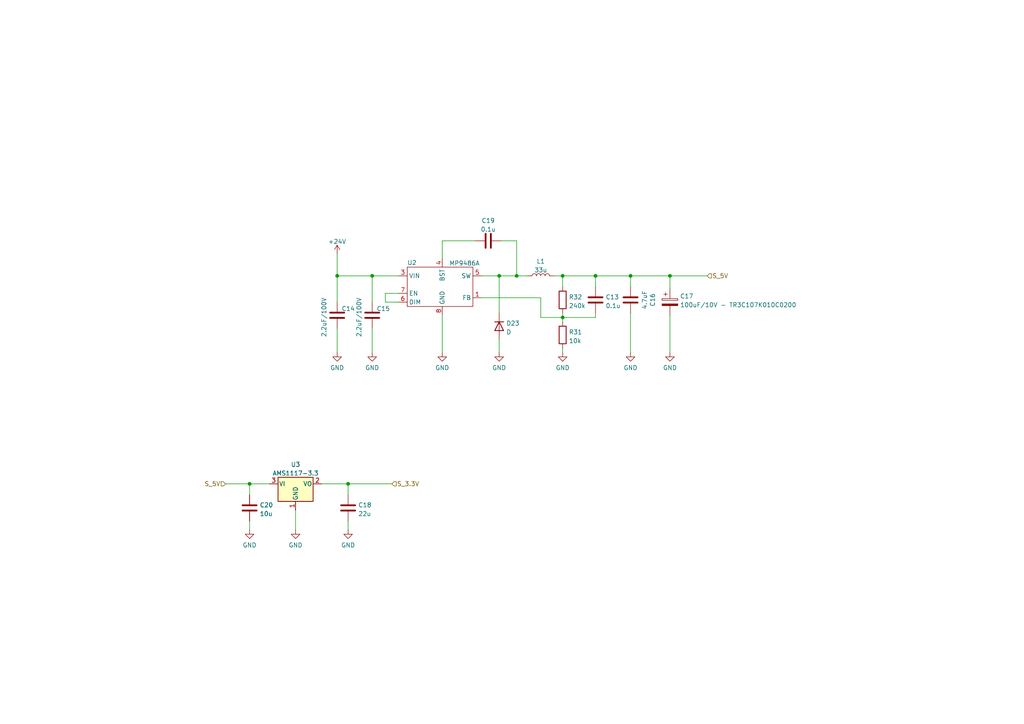
<source format=kicad_sch>
(kicad_sch (version 20211123) (generator eeschema)
  (paper "A4")
  (title_block (title "FloatPUMP Schematics") (date "2022-11-11") (rev "1.0") (company "robtor.de") (comment 1 "Controller board for up to 3 water pumps") (comment 2 "measuring capabilities with piezoresistive pressure sensors") (comment 3 "sensor input Range 4mA-20mA"))
  (lib_symbols
    (symbol "Device:C" (pin_numbers hide) (pin_names (offset 0.254))
      (property "Reference" "C" (at 0.635 2.54 0))
      (property "Value" "C" (at 0.635 -2.54 0))
      (symbol "C_0_1"
        (polyline (pts (xy -2.032 -0.762) (xy 2.032 -0.762)) (stroke (width 0.508)))
        (polyline (pts (xy -2.032 0.762) (xy 2.032 0.762)) (stroke (width 0.508)))
      )
      (symbol "C_1_1"
        (pin passive line (at 0 3.81 270) (length 2.794) (name "~") (number "1"))
        (pin passive line (at 0 -3.81 90) (length 2.794) (name "~") (number "2"))
      )
    )
    (symbol "Device:C_Polarized" (pin_numbers hide) (pin_names (offset 0.254))
      (property "Reference" "C" (at 0.635 2.54 0))
      (property "Value" "C_Polarized" (at 0.635 -2.54 0))
      (symbol "C_Polarized_0_1"
        (rectangle (start -2.286 0.508) (end 2.286 1.016))
        (polyline (pts (xy -1.778 2.286) (xy -0.762 2.286)))
        (polyline (pts (xy -1.27 2.794) (xy -1.27 1.778)))
        (rectangle (start 2.286 -0.508) (end -2.286 -1.016) (fill (type outline)))
      )
      (symbol "C_Polarized_1_1"
        (pin passive line (at 0 3.81 270) (length 2.794) (name "~") (number "1"))
        (pin passive line (at 0 -3.81 90) (length 2.794) (name "~") (number "2"))
      )
    )
    (symbol "Device:D" (pin_numbers hide) (pin_names (offset 1.016) hide)
      (property "Reference" "D" (at 0 2.54 0))
      (property "Value" "D" (at 0 -2.54 0))
      (symbol "D_0_1"
        (polyline (pts (xy -1.27 1.27) (xy -1.27 -1.27)) (stroke (width 0.254)))
        (polyline (pts (xy 1.27 0) (xy -1.27 0)))
        (polyline (pts (xy 1.27 1.27) (xy 1.27 -1.27) (xy -1.27 0) (xy 1.27 1.27)) (stroke (width 0.254)))
      )
      (symbol "D_1_1"
        (pin passive line (at -3.81 0 0) (length 2.54) (name "K") (number "1"))
        (pin passive line (at 3.81 0 180) (length 2.54) (name "A") (number "2"))
      )
    )
    (symbol "Device:L" (pin_numbers hide) (pin_names (offset 1.016) hide)
      (property "Reference" "L" (at -1.27 0 90))
      (property "Value" "L" (at 1.905 0 90))
      (symbol "L_0_1"
        (arc (start 0 -2.54) (mid 0.635 -1.905) (end 0 -1.27))
        (arc (start 0 -1.27) (mid 0.635 -0.635) (end 0 0))
        (arc (start 0 0) (mid 0.635 0.635) (end 0 1.27))
        (arc (start 0 1.27) (mid 0.635 1.905) (end 0 2.54))
      )
      (symbol "L_1_1"
        (pin passive line (at 0 3.81 270) (length 1.27) (name "1") (number "1"))
        (pin passive line (at 0 -3.81 90) (length 1.27) (name "2") (number "2"))
      )
    )
    (symbol "Device:R" (pin_numbers hide) (pin_names (offset 0))
      (property "Reference" "R" (at 2.032 0 90))
      (property "Value" "R" (at 0 0 90))
      (symbol "R_0_1"
        (rectangle (start -1.016 -2.54) (end 1.016 2.54) (stroke (width 0.254)))
      )
      (symbol "R_1_1"
        (pin passive line (at 0 3.81 270) (length 1.27) (name "~") (number "1"))
        (pin passive line (at 0 -3.81 90) (length 1.27) (name "~") (number "2"))
      )
    )
    (symbol "Regulator_Linear:AMS1117-3.3" (pin_names (offset 0.254))
      (property "Reference" "U" (at -3.81 3.175 0))
      (property "Value" "AMS1117-3.3" (at 0 3.175 0))
      (symbol "AMS1117-3.3_0_1"
        (rectangle (start -5.08 -5.08) (end 5.08 1.905) (stroke (width 0.254)) (fill (type background)))
      )
      (symbol "AMS1117-3.3_1_1"
        (pin power_in line (at 0 -7.62 90) (length 2.54) (name "GND") (number "1"))
        (pin power_out line (at 7.62 0 180) (length 2.54) (name "VO") (number "2"))
        (pin power_in line (at -7.62 0 0) (length 2.54) (name "VI") (number "3"))
      )
    )
    (symbol "custom_parts:MP9486A"
      (property "Reference" "U" (at -3.81 7.62 0))
      (property "Value" "MP9486A" (at 3.81 1.27 0))
      (symbol "MP9486A_0_1"
        (rectangle (start -5.08 6.35) (end 13.97 -5.08) (stroke (width 0.1524)))
      )
      (symbol "MP9486A_1_1"
        (pin input line (at 16.51 -2.54 180) (length 2.54) (name "FB") (number "1"))
        (pin power_in line (at -7.62 3.81 0) (length 2.54) (name "VIN") (number "3"))
        (pin bidirectional line (at 5.08 8.89 270) (length 2.54) (name "BST") (number "4"))
        (pin power_out line (at 16.51 3.81 180) (length 2.54) (name "SW") (number "5"))
        (pin input line (at -7.62 -3.81 0) (length 2.54) (name "DIM") (number "6"))
        (pin input line (at -7.62 -1.27 0) (length 2.54) (name "EN") (number "7"))
        (pin power_out line (at 5.08 -7.62 90) (length 2.54) (name "GND") (number "8"))
      )
    )
    (symbol "power:+24V" (power) (pin_names (offset 0))
      (property "Value" "+24V" (at 0 3.556 0))
      (symbol "+24V_0_1"
        (polyline (pts (xy -0.762 1.27) (xy 0 2.54)))
        (polyline (pts (xy 0 0) (xy 0 2.54)))
        (polyline (pts (xy 0 2.54) (xy 0.762 1.27)))
      )
      (symbol "+24V_1_1"
        (pin power_in line (at 0 0 90) (length 0) hide (name "+24V") (number "1"))
      )
    )
    (symbol "power:GND" (power) (pin_names (offset 0))
      (property "Value" "GND" (at 0 -3.81 0))
      (symbol "GND_0_1"
        (polyline (pts (xy 0 0) (xy 0 -1.27) (xy 1.27 -1.27) (xy 0 -2.54) (xy -1.27 -1.27) (xy 0 -1.27)))
      )
      (symbol "GND_1_1"
        (pin power_in line (at 0 0 270) (length 0) hide (name "GND") (number "1"))
      )
    )
  )
  (junction (at 163.195 80.01))
  (junction (at 107.95 80.01))
  (junction (at 172.72 80.01))
  (junction (at 97.79 80.01))
  (junction (at 144.78 80.01))
  (junction (at 72.39 140.335))
  (junction (at 163.195 92.075))
  (junction (at 182.88 80.01))
  (junction (at 194.31 80.01))
  (junction (at 100.965 140.335))
  (junction (at 149.86 80.01))
  (wire (pts (xy 163.195 92.075) (xy 163.195 93.345)))
  (wire (pts (xy 172.72 92.075) (xy 163.195 92.075)))
  (wire (pts (xy 128.27 69.85) (xy 128.27 74.93)))
  (wire (pts (xy 111.76 87.63) (xy 111.76 85.09)))
  (wire (pts (xy 145.415 69.85) (xy 149.86 69.85)))
  (wire (pts (xy 100.965 143.51) (xy 100.965 140.335)))
  (wire (pts (xy 111.76 85.09) (xy 115.57 85.09)))
  (wire (pts (xy 172.72 90.805) (xy 172.72 92.075)))
  (wire (pts (xy 107.95 80.01) (xy 115.57 80.01)))
  (wire (pts (xy 97.79 73.66) (xy 97.79 80.01)))
  (wire (pts (xy 149.86 69.85) (xy 149.86 80.01)))
  (wire (pts (xy 163.195 80.01) (xy 160.655 80.01)))
  (wire (pts (xy 93.345 140.335) (xy 100.965 140.335)))
  (wire (pts (xy 107.95 80.01) (xy 107.95 87.63)))
  (wire (pts (xy 144.78 98.425) (xy 144.78 102.235)))
  (wire (pts (xy 194.31 83.82) (xy 194.31 80.01)))
  (wire (pts (xy 172.72 83.185) (xy 172.72 80.01)))
  (wire (pts (xy 85.725 153.67) (xy 85.725 147.955)))
  (wire (pts (xy 100.965 151.13) (xy 100.965 153.67)))
  (wire (pts (xy 107.95 95.25) (xy 107.95 102.235)))
  (wire (pts (xy 65.405 140.335) (xy 72.39 140.335)))
  (wire (pts (xy 97.79 80.01) (xy 107.95 80.01)))
  (wire (pts (xy 194.31 80.01) (xy 205.105 80.01)))
  (wire (pts (xy 163.195 80.01) (xy 172.72 80.01)))
  (wire (pts (xy 72.39 151.13) (xy 72.39 153.67)))
  (wire (pts (xy 137.795 69.85) (xy 128.27 69.85)))
  (wire (pts (xy 182.88 90.805) (xy 182.88 102.235)))
  (wire (pts (xy 97.79 95.25) (xy 97.79 102.235)))
  (wire (pts (xy 128.27 91.44) (xy 128.27 102.235)))
  (wire (pts (xy 163.195 90.805) (xy 163.195 92.075)))
  (wire (pts (xy 163.195 100.965) (xy 163.195 102.235)))
  (wire (pts (xy 115.57 87.63) (xy 111.76 87.63)))
  (wire (pts (xy 156.845 92.075) (xy 163.195 92.075)))
  (wire (pts (xy 144.78 80.01) (xy 139.7 80.01)))
  (wire (pts (xy 97.79 80.01) (xy 97.79 87.63)))
  (wire (pts (xy 149.86 80.01) (xy 144.78 80.01)))
  (wire (pts (xy 194.31 91.44) (xy 194.31 102.235)))
  (wire (pts (xy 194.31 80.01) (xy 182.88 80.01)))
  (wire (pts (xy 139.7 86.36) (xy 156.845 86.36)))
  (wire (pts (xy 182.88 80.01) (xy 172.72 80.01)))
  (wire (pts (xy 72.39 140.335) (xy 72.39 143.51)))
  (wire (pts (xy 156.845 86.36) (xy 156.845 92.075)))
  (wire (pts (xy 144.78 90.805) (xy 144.78 80.01)))
  (wire (pts (xy 72.39 140.335) (xy 78.105 140.335)))
  (wire (pts (xy 100.965 140.335) (xy 113.665 140.335)))
  (wire (pts (xy 163.195 83.185) (xy 163.195 80.01)))
  (wire (pts (xy 182.88 83.185) (xy 182.88 80.01)))
  (wire (pts (xy 149.86 80.01) (xy 153.035 80.01)))
  (hierarchical_label "S_5V" (shape input) (at 205.105 80.01 0))
  (hierarchical_label "S_5V" (shape input) (at 65.405 140.335 180))
  (hierarchical_label "S_3.3V" (shape input) (at 113.665 140.335 0))
  (symbol (lib_id "custom_parts:MP9486A") (at 123.19 83.82 0) (unit 1)
    (property "Reference" "U2" (at 118.11 76.2 0) (effects (justify left)))
    (property "Value" "MP9486A" (at 130.2894 76.3579 0) (effects (justify left)))
    (property "Footprint" "custom_parts:MP9486A-SOIC-8" (effects hide))
    (property "Datasheet" "https://www.monolithicpower.com/pub/media/document/m/p/mp9486a_r1.0.pdf" (effects hide))
    (property "LCSC" "C404013" (effects hide))
  )
  (symbol (lib_id "Device:R") (at 163.195 97.155 0) (unit 1)
    (property "Reference" "R31" (at 164.973 96.3203 0) (effects (justify left)))
    (property "Value" "10k" (at 164.973 98.8572 0) (effects (justify left)))
    (property "Footprint" "Resistor_SMD:R_0603_1608Metric" (effects hide))
    (property "JLCPCB" "Basic" (effects hide))
    (property "LCSC" "C25804" (effects hide))
  )
  (symbol (lib_id "power:GND") (at 72.39 153.67 0) (unit 1)
    (property "Reference" "#PWR076" (effects hide))
    (property "Value" "GND" (at 72.39 158.1134 0))
  )
  (symbol (lib_id "Device:C") (at 100.965 147.32 0) (unit 1)
    (property "Reference" "C18" (at 103.886 146.4853 0) (effects (justify left)))
    (property "Value" "22u" (at 103.886 149.0222 0) (effects (justify left)))
    (property "Footprint" "Capacitor_SMD:C_1206_3216Metric" (effects hide))
    (property "JLCPCB" "Basic" (effects hide))
    (property "LCSC" "C5672" (effects hide))
  )
  (symbol (lib_id "power:GND") (at 182.88 102.235 0) (unit 1)
    (property "Reference" "#PWR085" (effects hide))
    (property "Value" "GND" (at 182.88 106.6784 0))
  )
  (symbol (lib_id "power:GND") (at 107.95 102.235 0) (unit 1)
    (property "Reference" "#PWR081" (effects hide))
    (property "Value" "GND" (at 107.95 106.6784 0))
  )
  (symbol (lib_id "Device:C") (at 97.79 91.44 180) (unit 1)
    (property "Reference" "C14" (at 99.06 89.535 0) (effects (justify right)))
    (property "Value" "2.2uF/100V" (at 93.98 97.79 90) (effects (justify right)))
    (property "Footprint" "Capacitor_SMD:C_1206_3216Metric" (effects hide))
    (property "Datasheet" "https://datasheet.lcsc.com/lcsc/2007130933_Samsung-Electro-Mechanics-CL31B225KCHSNNE_C170101.pdf" (effects hide))
    (property "JLCPCB" "Basic" (effects hide))
    (property "LCSC" "C50254" (effects hide))
  )
  (symbol (lib_id "Device:D") (at 144.78 94.615 270) (unit 1)
    (property "Reference" "D23" (at 146.812 93.7803 90) (effects (justify left)))
    (property "Value" "D" (at 146.812 96.3172 90) (effects (justify left)))
    (property "Footprint" "Diode_SMD:D_SMA" (effects hide))
    (property "Datasheet" "https://datasheet.lcsc.com/lcsc/1912111437_MCC-Micro-Commercial-Components-SM4002PL-TP_C151753.pdf" (effects hide))
    (property "JLCPCB" "Basic" (effects hide))
    (property "LCSC" "C95872" (effects hide))
  )
  (symbol (lib_id "power:+24V") (at 97.79 73.66 0) (unit 1)
    (property "Reference" "#PWR078" (effects hide))
    (property "Value" "+24V" (at 97.79 70.0842 0))
  )
  (symbol (lib_id "Device:C") (at 72.39 147.32 0) (unit 1)
    (property "Reference" "C20" (at 75.311 146.4853 0) (effects (justify left)))
    (property "Value" "10u" (at 75.311 149.0222 0) (effects (justify left)))
    (property "Footprint" "Capacitor_Tantalum_SMD:CP_EIA-3216-18_Kemet-A" (effects hide))
    (property "LCSC" "C7171" (effects hide))
    (property "JLCPCB" "Basic" (effects hide))
  )
  (symbol (lib_id "Device:L") (at 156.845 80.01 90) (unit 1)
    (property "Reference" "L1" (at 156.845 75.8022 90))
    (property "Value" "33u" (at 156.845 78.3391 90))
    (property "Footprint" "custom_parts:L_MS1040-330M" (effects hide))
    (property "Datasheet" "https://datasheet.lcsc.com/lcsc/1912111437_COILMX-MS1040-330M_C380056.pdf" (effects hide))
    (property "JLCPCB" "Extended" (effects hide))
    (property "LCSC" "C380056" (effects hide))
  )
  (symbol (lib_id "power:GND") (at 85.725 153.67 0) (unit 1)
    (property "Reference" "#PWR077" (effects hide))
    (property "Value" "GND" (at 85.725 158.1134 0))
  )
  (symbol (lib_id "Device:R") (at 163.195 86.995 0) (unit 1)
    (property "Reference" "R32" (at 164.973 86.1603 0) (effects (justify left)))
    (property "Value" "240k" (at 164.973 88.6972 0) (effects (justify left)))
    (property "Footprint" "Resistor_SMD:R_0603_1608Metric" (effects hide))
    (property "Datasheet" "https://datasheet.lcsc.com/lcsc/2206010230_UNI-ROYAL-Uniroyal-Elec-0603WAF2403T5E_C4197.pdf" (effects hide))
    (property "LCSC" "C4197" (effects hide))
    (property "JLCPCB" "Basic" (effects hide))
  )
  (symbol (lib_id "power:GND") (at 144.78 102.235 0) (unit 1)
    (property "Reference" "#PWR083" (effects hide))
    (property "Value" "GND" (at 144.78 106.6784 0))
  )
  (symbol (lib_id "Device:C") (at 107.95 91.44 180) (unit 1)
    (property "Reference" "C15" (at 109.22 89.535 0) (effects (justify right)))
    (property "Value" "2.2uF/100V" (at 104.14 97.79 90) (effects (justify right)))
    (property "Footprint" "Capacitor_SMD:C_1206_3216Metric" (effects hide))
    (property "Datasheet" "https://datasheet.lcsc.com/lcsc/2007130933_Samsung-Electro-Mechanics-CL31B225KCHSNNE_C170101.pdf" (effects hide))
    (property "JLCPCB" "Basic" (effects hide))
    (property "LCSC" "C50254" (effects hide))
  )
  (symbol (lib_id "power:GND") (at 128.27 102.235 0) (unit 1)
    (property "Reference" "#PWR082" (effects hide))
    (property "Value" "GND" (at 128.27 106.6784 0))
  )
  (symbol (lib_id "Device:C") (at 182.88 86.995 180) (unit 1)
    (property "Reference" "C16" (at 189.2808 86.995 90))
    (property "Value" "4.7uF" (at 186.9694 86.995 90))
    (property "Footprint" "Capacitor_SMD:C_0603_1608Metric" (effects hide))
    (property "JLCPCB" "Basic" (effects hide))
    (property "LCSC" "C19666" (effects hide))
  )
  (symbol (lib_id "power:GND") (at 97.79 102.235 0) (unit 1)
    (property "Reference" "#PWR079" (effects hide))
    (property "Value" "GND" (at 97.79 106.6784 0))
  )
  (symbol (lib_id "power:GND") (at 194.31 102.235 0) (unit 1)
    (property "Reference" "#PWR086" (effects hide))
    (property "Value" "GND" (at 194.31 106.6784 0))
  )
  (symbol (lib_id "power:GND") (at 100.965 153.67 0) (unit 1)
    (property "Reference" "#PWR080" (effects hide))
    (property "Value" "GND" (at 100.965 158.1134 0))
  )
  (symbol (lib_id "Regulator_Linear:AMS1117-3.3") (at 85.725 140.335 0) (unit 1)
    (property "Reference" "U3" (at 85.725 134.7302 0))
    (property "Value" "AMS1117-3.3" (at 85.725 137.2671 0))
    (property "Footprint" "Package_TO_SOT_SMD:SOT-89-3" (effects hide))
    (property "Datasheet" "https://datasheet.lcsc.com/lcsc/2110121330_YONGYUTAI-AMS1117-3-3_C2904742.pdf" (effects hide))
    (property "LCSC" "C2904742" (effects hide))
  )
  (symbol (lib_id "Device:C_Polarized") (at 194.31 87.63 0) (unit 1)
    (property "Reference" "C17" (at 197.231 85.9063 0) (effects (justify left)))
    (property "Value" "100uF/10V - TR3C107K010C0200" (at 197.231 88.4432 0) (effects (justify left)))
    (property "Footprint" "Capacitor_Tantalum_SMD:CP_EIA-3528-21_Kemet-B" (effects hide))
    (property "JLCPCB" "Basic" (effects hide))
    (property "LCSC" "C16133" (effects hide))
  )
  (symbol (lib_id "Device:C") (at 172.72 86.995 180) (unit 1)
    (property "Reference" "C13" (at 175.641 86.1603 0) (effects (justify right)))
    (property "Value" "0.1u" (at 175.641 88.6972 0) (effects (justify right)))
    (property "Footprint" "Capacitor_SMD:C_0603_1608Metric" (effects hide))
    (property "Datasheet" "https://datasheet.lcsc.com/lcsc/1811092010_Samsung-Electro-Mechanics-CL10B104KA8NNNC_C1590.pdf" (effects hide))
    (property "LCSC" "C14663" (effects hide))
    (property "JLCPCB" "Basic" (effects hide))
  )
  (symbol (lib_id "Device:C") (at 141.605 69.85 90) (unit 1)
    (property "Reference" "C19" (at 141.605 63.9912 90))
    (property "Value" "0.1u" (at 141.605 66.5281 90))
    (property "Footprint" "Capacitor_SMD:C_0603_1608Metric" (effects hide))
    (property "Datasheet" "https://datasheet.lcsc.com/lcsc/1811092010_Samsung-Electro-Mechanics-CL10B104KA8NNNC_C1590.pdf" (effects hide))
    (property "LCSC" "C14663" (effects hide))
    (property "JLCPCB" "Basic" (effects hide))
  )
  (symbol (lib_id "power:GND") (at 163.195 102.235 0) (unit 1)
    (property "Reference" "#PWR084" (effects hide))
    (property "Value" "GND" (at 163.195 106.6784 0))
  )
)
</source>
